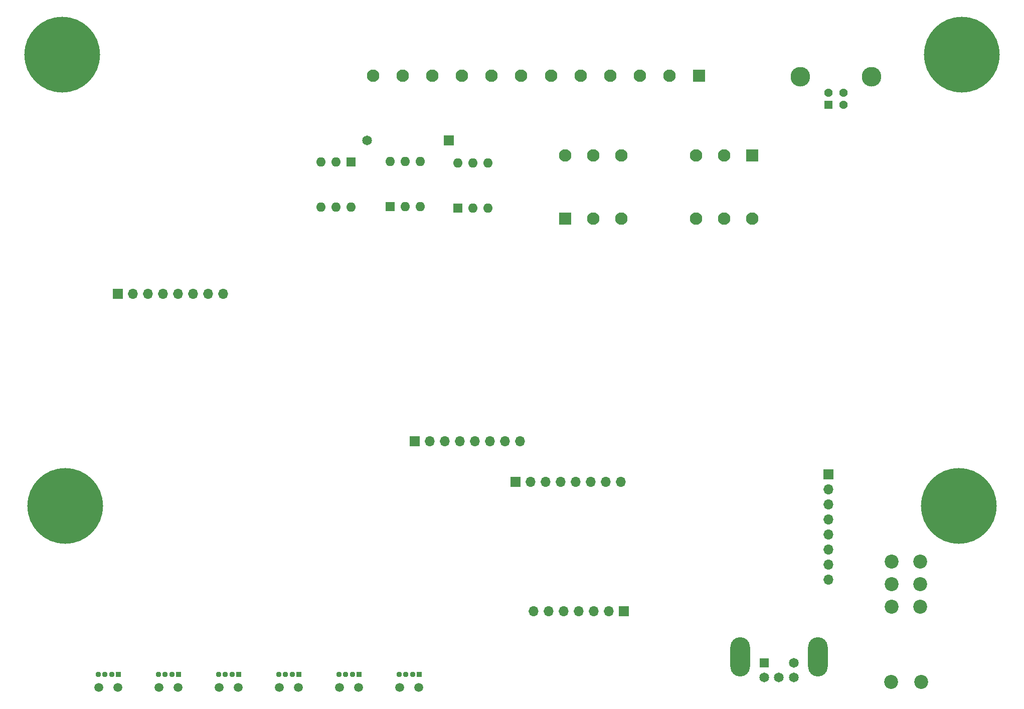
<source format=gbs>
%TF.GenerationSoftware,KiCad,Pcbnew,8.0.2*%
%TF.CreationDate,2024-05-30T20:46:21-07:00*%
%TF.ProjectId,DSP_TU,4453505f-5455-42e6-9b69-6361645f7063,B*%
%TF.SameCoordinates,Original*%
%TF.FileFunction,Soldermask,Bot*%
%TF.FilePolarity,Negative*%
%FSLAX46Y46*%
G04 Gerber Fmt 4.6, Leading zero omitted, Abs format (unit mm)*
G04 Created by KiCad (PCBNEW 8.0.2) date 2024-05-30 20:46:21*
%MOMM*%
%LPD*%
G01*
G04 APERTURE LIST*
%ADD10C,6.800000*%
%ADD11C,12.800000*%
%ADD12R,1.700000X1.700000*%
%ADD13O,1.700000X1.700000*%
%ADD14R,1.428000X1.428000*%
%ADD15C,1.428000*%
%ADD16C,3.316000*%
%ADD17R,0.950000X0.950000*%
%ADD18C,0.950000*%
%ADD19C,1.500000*%
%ADD20R,2.100000X2.100000*%
%ADD21C,2.100000*%
%ADD22R,1.600000X1.600000*%
%ADD23O,1.600000X1.600000*%
%ADD24R,1.651000X1.651000*%
%ADD25C,1.651000*%
%ADD26C,2.362200*%
%ADD27R,1.650000X1.650000*%
%ADD28C,1.650000*%
%ADD29O,3.316000X6.632000*%
G04 APERTURE END LIST*
D10*
%TO.C,MH1*%
X41148000Y-112014000D03*
D11*
X41148000Y-112014000D03*
%TD*%
D10*
%TO.C,MH4*%
X192024000Y-112014000D03*
D11*
X192024000Y-112014000D03*
%TD*%
D10*
%TO.C,MH3*%
X192532000Y-35814000D03*
D11*
X192532000Y-35814000D03*
%TD*%
D10*
%TO.C,MH2*%
X40640000Y-35814000D03*
D11*
X40640000Y-35814000D03*
%TD*%
D12*
%TO.C,J1*%
X135487000Y-129737000D03*
D13*
X132947000Y-129737000D03*
X130407000Y-129737000D03*
X127867000Y-129737000D03*
X125327000Y-129737000D03*
X122787000Y-129737000D03*
X120247000Y-129737000D03*
%TD*%
D12*
%TO.C,J7*%
X170026000Y-106680000D03*
D13*
X170026000Y-109220000D03*
X170026000Y-111760000D03*
X170026000Y-114300000D03*
X170026000Y-116840000D03*
X170026000Y-119380000D03*
X170026000Y-121920000D03*
X170026000Y-124460000D03*
%TD*%
D12*
%TO.C,J6*%
X100176000Y-101092000D03*
D13*
X102716000Y-101092000D03*
X105256000Y-101092000D03*
X107796000Y-101092000D03*
X110336000Y-101092000D03*
X112876000Y-101092000D03*
X115416000Y-101092000D03*
X117956000Y-101092000D03*
%TD*%
D14*
%TO.C,J3*%
X170026000Y-44212000D03*
D15*
X172526000Y-44212000D03*
X172526000Y-42212000D03*
X170026000Y-42212000D03*
D16*
X177296000Y-39502000D03*
X165256000Y-39502000D03*
%TD*%
D17*
%TO.C,S6*%
X100938000Y-140462000D03*
D18*
X97488000Y-140462000D03*
D19*
X100813000Y-142662000D03*
X97613000Y-142662000D03*
D18*
X99788000Y-140462000D03*
X98638000Y-140462000D03*
%TD*%
D17*
%TO.C,S5*%
X90778000Y-140462000D03*
D18*
X87328000Y-140462000D03*
D19*
X90653000Y-142662000D03*
X87453000Y-142662000D03*
D18*
X89628000Y-140462000D03*
X88478000Y-140462000D03*
%TD*%
D20*
%TO.C,J5*%
X148129000Y-39306000D03*
D21*
X143129000Y-39306000D03*
X138129000Y-39306000D03*
X133129000Y-39306000D03*
X128129000Y-39306000D03*
X123129000Y-39306000D03*
X118129000Y-39306000D03*
X113129000Y-39306000D03*
X108129000Y-39306000D03*
X103129000Y-39306000D03*
X98129000Y-39306000D03*
X93129000Y-39306000D03*
%TD*%
D22*
%TO.C,K1*%
X96027000Y-61458000D03*
D23*
X98567000Y-61458000D03*
X101107000Y-61458000D03*
X101107000Y-53838000D03*
X98567000Y-53838000D03*
X96027000Y-53838000D03*
%TD*%
D22*
%TO.C,K2*%
X107442000Y-61722000D03*
D23*
X109982000Y-61722000D03*
X112522000Y-61722000D03*
X112522000Y-54102000D03*
X109982000Y-54102000D03*
X107442000Y-54102000D03*
%TD*%
D12*
%TO.C,J4*%
X50038000Y-76200000D03*
D13*
X52578000Y-76200000D03*
X55118000Y-76200000D03*
X57658000Y-76200000D03*
X60198000Y-76200000D03*
X62738000Y-76200000D03*
X65278000Y-76200000D03*
X67818000Y-76200000D03*
%TD*%
D20*
%TO.C,T2*%
X125551500Y-63500000D03*
D21*
X130301500Y-63500000D03*
X135051500Y-63500000D03*
X135051500Y-52832000D03*
X130301500Y-52832000D03*
X125551500Y-52832000D03*
%TD*%
D17*
%TO.C,S1*%
X50138000Y-140462000D03*
D18*
X46688000Y-140462000D03*
D19*
X50013000Y-142662000D03*
X46813000Y-142662000D03*
D18*
X48988000Y-140462000D03*
X47838000Y-140462000D03*
%TD*%
D17*
%TO.C,S4*%
X80618000Y-140462000D03*
D18*
X77168000Y-140462000D03*
D19*
X80493000Y-142662000D03*
X77293000Y-142662000D03*
D18*
X79468000Y-140462000D03*
X78318000Y-140462000D03*
%TD*%
D17*
%TO.C,S3*%
X70458000Y-140462000D03*
D18*
X67008000Y-140462000D03*
D19*
X70333000Y-142662000D03*
X67133000Y-142662000D03*
D18*
X69308000Y-140462000D03*
X68158000Y-140462000D03*
%TD*%
D24*
%TO.C,CR1*%
X105918000Y-50292000D03*
D25*
X92125800Y-50292000D03*
%TD*%
D20*
%TO.C,T1*%
X157150500Y-52832000D03*
D21*
X152400500Y-52832000D03*
X147650500Y-52832000D03*
X147650500Y-63500000D03*
X152400500Y-63500000D03*
X157150500Y-63500000D03*
%TD*%
D26*
%TO.C,S8*%
X180694000Y-121412000D03*
X180694000Y-125222000D03*
X180694000Y-129032000D03*
X185520000Y-121412000D03*
X185520000Y-125222000D03*
X185520000Y-129032000D03*
X180567000Y-141732000D03*
X185647000Y-141732000D03*
%TD*%
D27*
%TO.C,S7*%
X159144000Y-138470000D03*
D28*
X164144000Y-138470000D03*
X159144000Y-140970000D03*
X164144000Y-140970000D03*
X161644000Y-140970000D03*
D29*
X155094000Y-137470000D03*
X168194000Y-137470000D03*
%TD*%
D22*
%TO.C,U4*%
X89393000Y-53858000D03*
D23*
X86853000Y-53858000D03*
X84313000Y-53858000D03*
X84313000Y-61478000D03*
X86853000Y-61478000D03*
X89393000Y-61478000D03*
%TD*%
D12*
%TO.C,J2*%
X117194000Y-107950000D03*
D13*
X119734000Y-107950000D03*
X122274000Y-107950000D03*
X124814000Y-107950000D03*
X127354000Y-107950000D03*
X129894000Y-107950000D03*
X132434000Y-107950000D03*
X134974000Y-107950000D03*
%TD*%
D17*
%TO.C,S2*%
X60298000Y-140462000D03*
D18*
X56848000Y-140462000D03*
D19*
X60173000Y-142662000D03*
X56973000Y-142662000D03*
D18*
X59148000Y-140462000D03*
X57998000Y-140462000D03*
%TD*%
M02*

</source>
